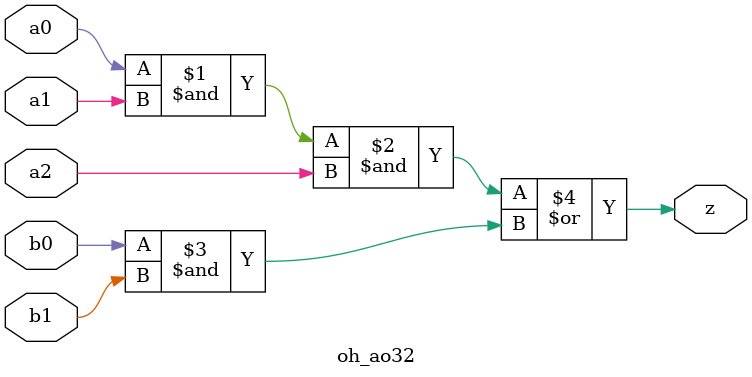
<source format=v>

module oh_ao32 #(parameter DW = 1 ) // array width
   (
    input [DW-1:0]  a0,
    input [DW-1:0]  a1,
    input [DW-1:0]  a2,
    input [DW-1:0]  b0,
    input [DW-1:0]  b1, 
    output [DW-1:0] z
    );
   
   assign z = (a0 & a1 & a2) | (b0 & b1);
   
endmodule

</source>
